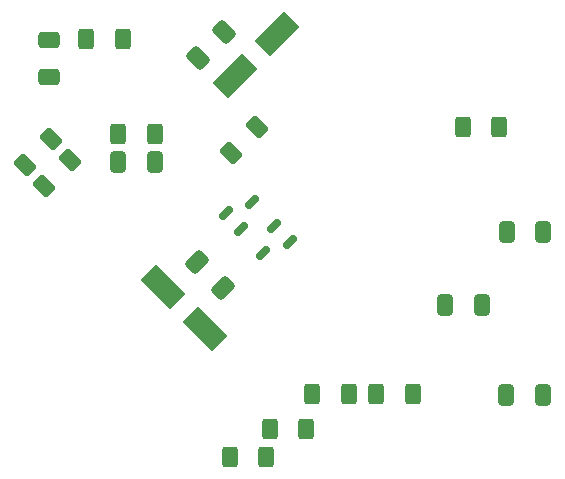
<source format=gbr>
%TF.GenerationSoftware,KiCad,Pcbnew,9.0.5*%
%TF.CreationDate,2025-12-21T21:47:29+01:00*%
%TF.ProjectId,Amplifier Compound,416d706c-6966-4696-9572-20436f6d706f,rev?*%
%TF.SameCoordinates,Original*%
%TF.FileFunction,Paste,Bot*%
%TF.FilePolarity,Positive*%
%FSLAX46Y46*%
G04 Gerber Fmt 4.6, Leading zero omitted, Abs format (unit mm)*
G04 Created by KiCad (PCBNEW 9.0.5) date 2025-12-21 21:47:29*
%MOMM*%
%LPD*%
G01*
G04 APERTURE LIST*
G04 Aperture macros list*
%AMRoundRect*
0 Rectangle with rounded corners*
0 $1 Rounding radius*
0 $2 $3 $4 $5 $6 $7 $8 $9 X,Y pos of 4 corners*
0 Add a 4 corners polygon primitive as box body*
4,1,4,$2,$3,$4,$5,$6,$7,$8,$9,$2,$3,0*
0 Add four circle primitives for the rounded corners*
1,1,$1+$1,$2,$3*
1,1,$1+$1,$4,$5*
1,1,$1+$1,$6,$7*
1,1,$1+$1,$8,$9*
0 Add four rect primitives between the rounded corners*
20,1,$1+$1,$2,$3,$4,$5,0*
20,1,$1+$1,$4,$5,$6,$7,0*
20,1,$1+$1,$6,$7,$8,$9,0*
20,1,$1+$1,$8,$9,$2,$3,0*%
%AMRotRect*
0 Rectangle, with rotation*
0 The origin of the aperture is its center*
0 $1 length*
0 $2 width*
0 $3 Rotation angle, in degrees counterclockwise*
0 Add horizontal line*
21,1,$1,$2,0,0,$3*%
G04 Aperture macros list end*
%ADD10RoundRect,0.250000X-0.400000X-0.625000X0.400000X-0.625000X0.400000X0.625000X-0.400000X0.625000X0*%
%ADD11RoundRect,0.150000X-0.256326X-0.468458X0.468458X0.256326X0.256326X0.468458X-0.468458X-0.256326X0*%
%ADD12RotRect,3.500000X1.800000X225.000000*%
%ADD13RoundRect,0.250000X-0.412500X-0.650000X0.412500X-0.650000X0.412500X0.650000X-0.412500X0.650000X0*%
%ADD14RoundRect,0.250000X0.159099X-0.724784X0.724784X-0.159099X-0.159099X0.724784X-0.724784X0.159099X0*%
%ADD15RoundRect,0.150000X0.256326X0.468458X-0.468458X-0.256326X-0.256326X-0.468458X0.468458X0.256326X0*%
%ADD16RotRect,3.500000X1.800000X315.000000*%
%ADD17RoundRect,0.250000X-0.751301X-0.167938X-0.167938X-0.751301X0.751301X0.167938X0.167938X0.751301X0*%
%ADD18RoundRect,0.250000X0.167938X-0.751301X0.751301X-0.167938X-0.167938X0.751301X-0.751301X0.167938X0*%
%ADD19RoundRect,0.250000X0.412500X0.650000X-0.412500X0.650000X-0.412500X-0.650000X0.412500X-0.650000X0*%
%ADD20RoundRect,0.250000X-0.650000X0.412500X-0.650000X-0.412500X0.650000X-0.412500X0.650000X0.412500X0*%
G04 APERTURE END LIST*
D10*
%TO.C,R17*%
X196190000Y-77440000D03*
X199290000Y-77440000D03*
%TD*%
D11*
%TO.C,Q2*%
X177450260Y-86043243D03*
X176106758Y-84699741D03*
X178387177Y-83762824D03*
%TD*%
D12*
%TO.C,D4*%
X180448319Y-69555300D03*
X176912785Y-73090834D03*
%TD*%
D13*
%TO.C,C8*%
X199817500Y-100090000D03*
X202942500Y-100090000D03*
%TD*%
D10*
%TO.C,R7*%
X183430000Y-100010000D03*
X186530000Y-100010000D03*
%TD*%
D14*
%TO.C,R10*%
X159123984Y-80586016D03*
X161316016Y-78393984D03*
%TD*%
D15*
%TO.C,Q1*%
X180189740Y-85756757D03*
X181533242Y-87100259D03*
X179252823Y-88037176D03*
%TD*%
D10*
%TO.C,R2*%
X179830000Y-102970000D03*
X182930000Y-102970000D03*
%TD*%
%TO.C,R3*%
X167009999Y-78020000D03*
X170110001Y-78020000D03*
%TD*%
D14*
%TO.C,R13*%
X176583984Y-79606016D03*
X178776016Y-77413984D03*
%TD*%
%TO.C,R9*%
X160717968Y-82422032D03*
X162910000Y-80230000D03*
%TD*%
D10*
%TO.C,R1*%
X164302000Y-69978000D03*
X167402000Y-69978000D03*
%TD*%
D16*
%TO.C,D3*%
X170832785Y-90975300D03*
X174368319Y-94510834D03*
%TD*%
D17*
%TO.C,C3*%
X173680552Y-88843067D03*
X175890260Y-91052775D03*
%TD*%
D13*
%TO.C,C9*%
X194727500Y-92500000D03*
X197852500Y-92500000D03*
%TD*%
D10*
%TO.C,R19*%
X176450000Y-105360000D03*
X179550000Y-105360000D03*
%TD*%
D18*
%TO.C,C4*%
X173785698Y-71577921D03*
X175995406Y-69368213D03*
%TD*%
D19*
%TO.C,C10*%
X170122500Y-80380000D03*
X166997500Y-80380000D03*
%TD*%
D13*
%TO.C,C7*%
X199897500Y-86250000D03*
X203022500Y-86250000D03*
%TD*%
D20*
%TO.C,C1*%
X161152000Y-70015500D03*
X161152000Y-73140500D03*
%TD*%
D10*
%TO.C,R20*%
X188860000Y-100000000D03*
X191960000Y-100000000D03*
%TD*%
M02*

</source>
